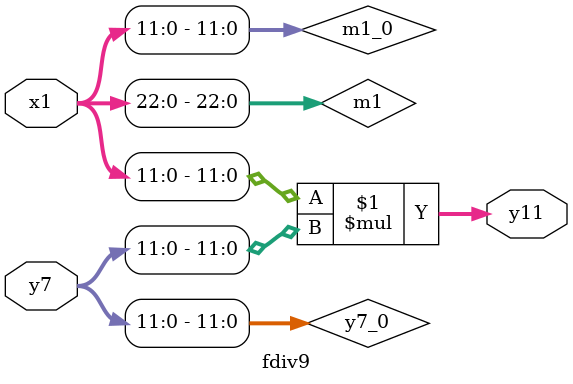
<source format=sv>
`default_nettype none

module fdiv9(
  input wire [31:0] x1,
  input wire [23:0] y7,
  output wire [23:0] y11 );

  wire [22:0] m1;
  assign m1 = x1[22:0];
  
  wire [11:0] m1_0, y7_0;
  assign m1_0 = m1[11:0];
  assign y7_0 = y7[11:0];

  assign y11 = m1_0 * y7_0;

endmodule

`default_nettype wire

</source>
